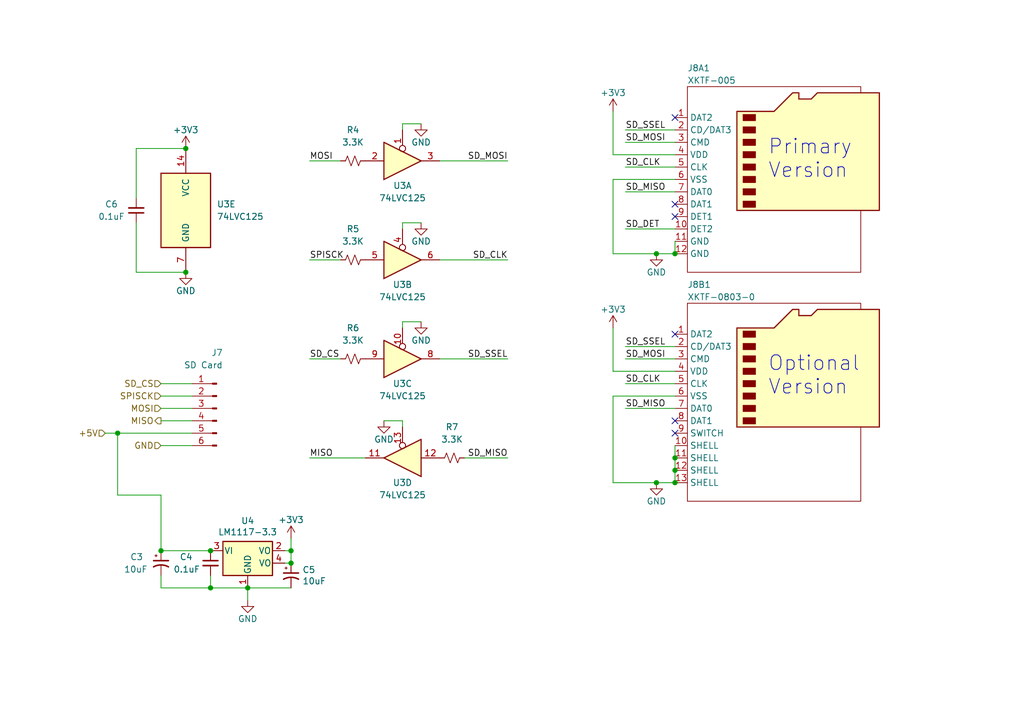
<source format=kicad_sch>
(kicad_sch (version 20211123) (generator eeschema)
  (paper "A5")
  (title_block (title "SD Card Breakout for SD Card Expansion & More!") (date "2023-04-25") (rev "1.0"))
  (lib_symbols
    (symbol "74xx:74LVC125" (pin_names (offset 1.016))
      (property "Reference" "U" (at 0 1.27 0))
      (property "Value" "74LVC125" (at 0 -1.27 0))
      (symbol "74LVC125_1_0"
        (polyline (pts (xy -3.81 3.81) (xy -3.81 -3.81) (xy 3.81 0) (xy -3.81 3.81)) (stroke (width 0.254)) (fill (type background)))
        (pin input inverted (at 0 -6.35 90) (length 4.445) (name "~") (number "1"))
        (pin input line (at -7.62 0 0) (length 3.81) (name "~") (number "2"))
        (pin tri_state line (at 7.62 0 180) (length 3.81) (name "~") (number "3"))
      )
      (symbol "74LVC125_2_0"
        (polyline (pts (xy -3.81 3.81) (xy -3.81 -3.81) (xy 3.81 0) (xy -3.81 3.81)) (stroke (width 0.254)) (fill (type background)))
        (pin input inverted (at 0 -6.35 90) (length 4.445) (name "~") (number "4"))
        (pin input line (at -7.62 0 0) (length 3.81) (name "~") (number "5"))
        (pin tri_state line (at 7.62 0 180) (length 3.81) (name "~") (number "6"))
      )
      (symbol "74LVC125_3_0"
        (polyline (pts (xy -3.81 3.81) (xy -3.81 -3.81) (xy 3.81 0) (xy -3.81 3.81)) (stroke (width 0.254)) (fill (type background)))
        (pin input inverted (at 0 -6.35 90) (length 4.445) (name "~") (number "10"))
        (pin tri_state line (at 7.62 0 180) (length 3.81) (name "~") (number "8"))
        (pin input line (at -7.62 0 0) (length 3.81) (name "~") (number "9"))
      )
      (symbol "74LVC125_4_0"
        (polyline (pts (xy -3.81 3.81) (xy -3.81 -3.81) (xy 3.81 0) (xy -3.81 3.81)) (stroke (width 0.254)) (fill (type background)))
        (pin tri_state line (at 7.62 0 180) (length 3.81) (name "~") (number "11"))
        (pin input line (at -7.62 0 0) (length 3.81) (name "~") (number "12"))
        (pin input inverted (at 0 -6.35 90) (length 4.445) (name "~") (number "13"))
      )
      (symbol "74LVC125_5_0"
        (pin power_in line (at 0 12.7 270) (length 5.08) (name "VCC") (number "14"))
        (pin power_in line (at 0 -12.7 90) (length 5.08) (name "GND") (number "7"))
      )
      (symbol "74LVC125_5_1"
        (rectangle (start -5.08 7.62) (end 5.08 -7.62) (stroke (width 0.254)) (fill (type background)))
      )
    )
    (symbol "Connector:Conn_01x06_Male" (pin_names (offset 1.016) hide)
      (property "Reference" "J" (at 0 7.62 0))
      (property "Value" "Conn_01x06_Male" (at 0 -10.16 0))
      (symbol "Conn_01x06_Male_1_1"
        (polyline (pts (xy 1.27 -7.62) (xy 0.8636 -7.62)) (stroke (width 0.1524)))
        (polyline (pts (xy 1.27 -5.08) (xy 0.8636 -5.08)) (stroke (width 0.1524)))
        (polyline (pts (xy 1.27 -2.54) (xy 0.8636 -2.54)) (stroke (width 0.1524)))
        (polyline (pts (xy 1.27 0) (xy 0.8636 0)) (stroke (width 0.1524)))
        (polyline (pts (xy 1.27 2.54) (xy 0.8636 2.54)) (stroke (width 0.1524)))
        (polyline (pts (xy 1.27 5.08) (xy 0.8636 5.08)) (stroke (width 0.1524)))
        (rectangle (start 0.8636 -7.493) (end 0 -7.747) (stroke (width 0.1524)) (fill (type outline)))
        (rectangle (start 0.8636 -4.953) (end 0 -5.207) (stroke (width 0.1524)) (fill (type outline)))
        (rectangle (start 0.8636 -2.413) (end 0 -2.667) (stroke (width 0.1524)) (fill (type outline)))
        (rectangle (start 0.8636 0.127) (end 0 -0.127) (stroke (width 0.1524)) (fill (type outline)))
        (rectangle (start 0.8636 2.667) (end 0 2.413) (stroke (width 0.1524)) (fill (type outline)))
        (rectangle (start 0.8636 5.207) (end 0 4.953) (stroke (width 0.1524)) (fill (type outline)))
        (pin passive line (at 5.08 5.08 180) (length 3.81) (name "Pin_1") (number "1"))
        (pin passive line (at 5.08 2.54 180) (length 3.81) (name "Pin_2") (number "2"))
        (pin passive line (at 5.08 0 180) (length 3.81) (name "Pin_3") (number "3"))
        (pin passive line (at 5.08 -2.54 180) (length 3.81) (name "Pin_4") (number "4"))
        (pin passive line (at 5.08 -5.08 180) (length 3.81) (name "Pin_5") (number "5"))
        (pin passive line (at 5.08 -7.62 180) (length 3.81) (name "Pin_6") (number "6"))
      )
    )
    (symbol "Device:C_Polarized_Small_US" (pin_numbers hide) (pin_names (offset 0.254) hide)
      (property "Reference" "C" (at 0.254 1.778 0))
      (property "Value" "C_Polarized_Small_US" (at 0.254 -2.032 0))
      (symbol "C_Polarized_Small_US_0_1"
        (polyline (pts (xy -1.524 0.508) (xy 1.524 0.508)) (stroke (width 0.3048)))
        (polyline (pts (xy -1.27 1.524) (xy -0.762 1.524)))
        (polyline (pts (xy -1.016 1.27) (xy -1.016 1.778)))
        (arc (start 1.524 -0.762) (mid 0 -0.3734) (end -1.524 -0.762) (stroke (width 0.3048)))
      )
      (symbol "C_Polarized_Small_US_1_1"
        (pin passive line (at 0 2.54 270) (length 2.032) (name "~") (number "1"))
        (pin passive line (at 0 -2.54 90) (length 2.032) (name "~") (number "2"))
      )
    )
    (symbol "Device:C_Small" (pin_numbers hide) (pin_names (offset 0.254) hide)
      (property "Reference" "C" (at 0.254 1.778 0))
      (property "Value" "C_Small" (at 0.254 -2.032 0))
      (symbol "C_Small_0_1"
        (polyline (pts (xy -1.524 -0.508) (xy 1.524 -0.508)) (stroke (width 0.3302)))
        (polyline (pts (xy -1.524 0.508) (xy 1.524 0.508)) (stroke (width 0.3048)))
      )
      (symbol "C_Small_1_1"
        (pin passive line (at 0 2.54 270) (length 2.032) (name "~") (number "1"))
        (pin passive line (at 0 -2.54 90) (length 2.032) (name "~") (number "2"))
      )
    )
    (symbol "Device:R_Small_US" (pin_numbers hide) (pin_names (offset 0.254) hide)
      (property "Reference" "R" (at 0.762 0.508 0))
      (property "Value" "R_Small_US" (at 0.762 -1.016 0))
      (symbol "R_Small_US_1_1"
        (polyline (pts (xy 0 0) (xy 1.016 -0.381) (xy 0 -0.762) (xy -1.016 -1.143) (xy 0 -1.524)))
        (polyline (pts (xy 0 1.524) (xy 1.016 1.143) (xy 0 0.762) (xy -1.016 0.381) (xy 0 0)))
        (pin passive line (at 0 2.54 270) (length 1.016) (name "~") (number "1"))
        (pin passive line (at 0 -2.54 90) (length 1.016) (name "~") (number "2"))
      )
    )
    (symbol "Nabu-SD:XKTF-005"
      (property "Reference" "Card1" (at -7.62 24.13 0))
      (property "Value" "XKTF-005" (at -7.62 21.59 0))
      (symbol "XKTF-005_0_1"
        (polyline (pts (xy 27.94 19.05) (xy 27.94 20.32) (xy -7.62 20.32) (xy -7.62 -17.78) (xy 27.94 -17.78) (xy 27.94 -5.08)))
        (polyline (pts (xy 2.54 -5.08) (xy 2.54 15.24) (xy 10.16 15.24) (xy 13.97 19.05) (xy 15.24 19.05) (xy 15.24 17.78) (xy 17.78 17.78) (xy 19.05 19.05) (xy 31.75 19.05) (xy 31.75 -5.08) (xy 2.54 -5.08)) (stroke (width 0.254)) (fill (type background)))
        (rectangle (start 3.81 -3.175) (end 6.35 -4.445) (fill (type outline)))
        (rectangle (start 3.81 -0.635) (end 6.35 -1.905) (fill (type outline)))
        (rectangle (start 3.81 1.905) (end 6.35 0.635) (fill (type outline)))
        (rectangle (start 3.81 4.445) (end 6.35 3.175) (fill (type outline)))
        (rectangle (start 3.81 6.985) (end 6.35 5.715) (fill (type outline)))
        (rectangle (start 3.81 9.525) (end 6.35 8.255) (fill (type outline)))
        (rectangle (start 3.81 12.065) (end 6.35 10.795) (fill (type outline)))
        (rectangle (start 3.81 14.605) (end 6.35 13.335) (fill (type outline)))
        (pin unspecified line (at -10.16 13.97 0) (length 2.54) (name "DAT2") (number "1"))
        (pin unspecified line (at -10.16 -8.89 0) (length 2.54) (name "DET2") (number "10"))
        (pin unspecified line (at -10.16 -11.43 0) (length 2.54) (name "GND") (number "11"))
        (pin unspecified line (at -10.16 -13.97 0) (length 2.54) (name "GND") (number "12"))
        (pin unspecified line (at -10.16 11.43 0) (length 2.54) (name "CD/DAT3") (number "2"))
        (pin unspecified line (at -10.16 8.89 0) (length 2.54) (name "CMD") (number "3"))
        (pin unspecified line (at -10.16 6.35 0) (length 2.54) (name "VDD") (number "4"))
        (pin unspecified line (at -10.16 3.81 0) (length 2.54) (name "CLK") (number "5"))
        (pin unspecified line (at -10.16 1.27 0) (length 2.54) (name "VSS") (number "6"))
        (pin unspecified line (at -10.16 -1.27 0) (length 2.54) (name "DAT0") (number "7"))
        (pin unspecified line (at -10.16 -3.81 0) (length 2.54) (name "DAT1") (number "8"))
        (pin unspecified line (at -10.16 -6.35 0) (length 2.54) (name "DET1") (number "9"))
      )
    )
    (symbol "Nabu-SD:XKTF-0803-0"
      (property "Reference" "Card2" (at -7.62 25.4 0))
      (property "Value" "XKTF-0803-0" (at -7.62 22.86 0))
      (symbol "XKTF-0803-0_0_1"
        (polyline (pts (xy 27.94 20.32) (xy 27.94 21.59) (xy -7.62 21.59) (xy -7.62 -19.05) (xy 27.94 -19.05) (xy 27.94 -3.81)))
        (polyline (pts (xy 2.54 -3.81) (xy 2.54 16.51) (xy 10.16 16.51) (xy 13.97 20.32) (xy 15.24 20.32) (xy 15.24 19.05) (xy 17.78 19.05) (xy 19.05 20.32) (xy 31.75 20.32) (xy 31.75 -3.81) (xy 2.54 -3.81)) (stroke (width 0.254)) (fill (type background)))
        (rectangle (start 3.81 -1.905) (end 6.35 -3.175) (fill (type outline)))
        (rectangle (start 3.81 0.635) (end 6.35 -0.635) (fill (type outline)))
        (rectangle (start 3.81 3.175) (end 6.35 1.905) (fill (type outline)))
        (rectangle (start 3.81 5.715) (end 6.35 4.445) (fill (type outline)))
        (rectangle (start 3.81 8.255) (end 6.35 6.985) (fill (type outline)))
        (rectangle (start 3.81 10.795) (end 6.35 9.525) (fill (type outline)))
        (rectangle (start 3.81 13.335) (end 6.35 12.065) (fill (type outline)))
        (rectangle (start 3.81 15.875) (end 6.35 14.605) (fill (type outline)))
        (pin unspecified line (at -10.16 15.24 0) (length 2.54) (name "DAT2") (number "1"))
        (pin unspecified line (at -10.16 -7.62 0) (length 2.54) (name "SHELL") (number "10"))
        (pin unspecified line (at -10.16 -10.16 0) (length 2.54) (name "SHELL") (number "11"))
        (pin unspecified line (at -10.16 -12.7 0) (length 2.54) (name "SHELL") (number "12"))
        (pin unspecified line (at -10.16 -15.24 0) (length 2.54) (name "SHELL") (number "13"))
        (pin unspecified line (at -10.16 12.7 0) (length 2.54) (name "CD/DAT3") (number "2"))
        (pin unspecified line (at -10.16 10.16 0) (length 2.54) (name "CMD") (number "3"))
        (pin unspecified line (at -10.16 7.62 0) (length 2.54) (name "VDD") (number "4"))
        (pin unspecified line (at -10.16 5.08 0) (length 2.54) (name "CLK") (number "5"))
        (pin unspecified line (at -10.16 2.54 0) (length 2.54) (name "VSS") (number "6"))
        (pin unspecified line (at -10.16 0 0) (length 2.54) (name "DAT0") (number "7"))
        (pin unspecified line (at -10.16 -2.54 0) (length 2.54) (name "DAT1") (number "8"))
        (pin unspecified line (at -10.16 -5.08 0) (length 2.54) (name "SWITCH") (number "9"))
      )
    )
    (symbol "i2c-adapter:LM1117-3.3" (pin_names (offset 0.254))
      (property "Reference" "U3" (at 0 6.1468 0))
      (property "Value" "LM1117-3.3" (at 0 3.8354 0))
      (symbol "LM1117-3.3_0_1"
        (rectangle (start -5.08 -5.08) (end 5.08 1.905) (stroke (width 0.254)) (fill (type background)))
      )
      (symbol "LM1117-3.3_1_1"
        (pin power_in line (at 0 -7.62 90) (length 2.54) (name "GND") (number "1"))
        (pin power_out line (at 7.62 0 180) (length 2.54) (name "VO") (number "2"))
        (pin power_in line (at -7.62 0 0) (length 2.54) (name "VI") (number "3"))
        (pin input line (at 7.62 -2.54 180) (length 2.4892) (name "VO") (number "4"))
      )
    )
    (symbol "power:+3V3" (power) (pin_names (offset 0))
      (property "Value" "+3V3" (at 0 3.556 0))
      (symbol "+3V3_0_1"
        (polyline (pts (xy -0.762 1.27) (xy 0 2.54)))
        (polyline (pts (xy 0 0) (xy 0 2.54)))
        (polyline (pts (xy 0 2.54) (xy 0.762 1.27)))
      )
      (symbol "+3V3_1_1"
        (pin power_in line (at 0 0 90) (length 0) hide (name "+3V3") (number "1"))
      )
    )
    (symbol "power:GND" (power) (pin_names (offset 0))
      (property "Value" "GND" (at 0 -3.81 0))
      (symbol "GND_0_1"
        (polyline (pts (xy 0 0) (xy 0 -1.27) (xy 1.27 -1.27) (xy 0 -2.54) (xy -1.27 -1.27) (xy 0 -1.27)))
      )
      (symbol "GND_1_1"
        (pin power_in line (at 0 0 270) (length 0) hide (name "GND") (number "1"))
      )
    )
  )
  (junction (at 59.69 113.03))
  (junction (at 138.43 93.98))
  (junction (at 138.43 52.07))
  (junction (at 138.43 99.06))
  (junction (at 138.43 96.52))
  (junction (at 24.13 88.9))
  (junction (at 134.62 52.07))
  (junction (at 59.69 115.57))
  (junction (at 50.8 120.65))
  (junction (at 38.1 30.48))
  (junction (at 33.02 113.03))
  (junction (at 43.18 120.65))
  (junction (at 134.62 99.06))
  (junction (at 43.18 113.03))
  (junction (at 38.1 55.88))
  (no_connect (at 138.43 86.36))
  (no_connect (at 138.43 68.58))
  (no_connect (at 138.43 88.9))
  (no_connect (at 138.43 44.45))
  (no_connect (at 138.43 41.91))
  (no_connect (at 138.43 24.13))
  (wire (pts (xy 63.5 73.66) (xy 69.85 73.66)))
  (wire (pts (xy 138.43 96.52) (xy 138.43 99.06)))
  (wire (pts (xy 128.27 46.99) (xy 138.43 46.99)))
  (wire (pts (xy 82.55 86.36) (xy 78.74 86.36)))
  (wire (pts (xy 138.43 76.2) (xy 125.73 76.2)))
  (wire (pts (xy 43.18 118.11) (xy 43.18 120.65)))
  (wire (pts (xy 24.13 88.9) (xy 21.59 88.9)))
  (wire (pts (xy 128.27 73.66) (xy 138.43 73.66)))
  (wire (pts (xy 138.43 81.28) (xy 125.73 81.28)))
  (wire (pts (xy 39.37 86.36) (xy 33.02 86.36)))
  (wire (pts (xy 138.43 91.44) (xy 138.43 93.98)))
  (wire (pts (xy 128.27 34.29) (xy 138.43 34.29)))
  (wire (pts (xy 82.55 26.67) (xy 82.55 25.4)))
  (wire (pts (xy 82.55 87.63) (xy 82.55 86.36)))
  (wire (pts (xy 63.5 53.34) (xy 69.85 53.34)))
  (wire (pts (xy 27.94 30.48) (xy 27.94 40.64)))
  (wire (pts (xy 43.18 120.65) (xy 50.8 120.65)))
  (wire (pts (xy 33.02 101.6) (xy 24.13 101.6)))
  (wire (pts (xy 39.37 91.44) (xy 33.02 91.44)))
  (wire (pts (xy 59.69 113.03) (xy 59.69 115.57)))
  (wire (pts (xy 63.5 33.02) (xy 69.85 33.02)))
  (wire (pts (xy 39.37 78.74) (xy 33.02 78.74)))
  (wire (pts (xy 58.42 113.03) (xy 59.69 113.03)))
  (wire (pts (xy 138.43 31.75) (xy 125.73 31.75)))
  (wire (pts (xy 82.55 45.72) (xy 86.36 45.72)))
  (wire (pts (xy 27.94 55.88) (xy 38.1 55.88)))
  (wire (pts (xy 125.73 76.2) (xy 125.73 67.31)))
  (wire (pts (xy 33.02 101.6) (xy 33.02 113.03)))
  (wire (pts (xy 128.27 71.12) (xy 138.43 71.12)))
  (wire (pts (xy 138.43 36.83) (xy 125.73 36.83)))
  (wire (pts (xy 39.37 83.82) (xy 33.02 83.82)))
  (wire (pts (xy 138.43 49.53) (xy 138.43 52.07)))
  (wire (pts (xy 128.27 26.67) (xy 138.43 26.67)))
  (wire (pts (xy 82.55 25.4) (xy 86.36 25.4)))
  (wire (pts (xy 128.27 39.37) (xy 138.43 39.37)))
  (wire (pts (xy 128.27 29.21) (xy 138.43 29.21)))
  (wire (pts (xy 39.37 88.9) (xy 24.13 88.9)))
  (wire (pts (xy 125.73 52.07) (xy 134.62 52.07)))
  (wire (pts (xy 95.25 93.98) (xy 104.14 93.98)))
  (wire (pts (xy 27.94 30.48) (xy 38.1 30.48)))
  (wire (pts (xy 125.73 36.83) (xy 125.73 52.07)))
  (wire (pts (xy 24.13 101.6) (xy 24.13 88.9)))
  (wire (pts (xy 50.8 120.65) (xy 50.8 123.19)))
  (wire (pts (xy 63.5 93.98) (xy 74.93 93.98)))
  (wire (pts (xy 82.55 67.31) (xy 82.55 66.04)))
  (wire (pts (xy 90.17 73.66) (xy 104.14 73.66)))
  (wire (pts (xy 59.69 110.49) (xy 59.69 113.03)))
  (wire (pts (xy 82.55 66.04) (xy 86.36 66.04)))
  (wire (pts (xy 90.17 33.02) (xy 104.14 33.02)))
  (wire (pts (xy 128.27 78.74) (xy 138.43 78.74)))
  (wire (pts (xy 82.55 46.99) (xy 82.55 45.72)))
  (wire (pts (xy 128.27 83.82) (xy 138.43 83.82)))
  (wire (pts (xy 58.42 115.57) (xy 59.69 115.57)))
  (wire (pts (xy 138.43 93.98) (xy 138.43 96.52)))
  (wire (pts (xy 33.02 120.65) (xy 43.18 120.65)))
  (wire (pts (xy 50.8 120.65) (xy 59.69 120.65)))
  (wire (pts (xy 27.94 45.72) (xy 27.94 55.88)))
  (wire (pts (xy 125.73 31.75) (xy 125.73 22.86)))
  (wire (pts (xy 125.73 81.28) (xy 125.73 99.06)))
  (wire (pts (xy 39.37 81.28) (xy 33.02 81.28)))
  (wire (pts (xy 33.02 118.11) (xy 33.02 120.65)))
  (wire (pts (xy 33.02 113.03) (xy 43.18 113.03)))
  (wire (pts (xy 134.62 52.07) (xy 138.43 52.07)))
  (wire (pts (xy 125.73 99.06) (xy 134.62 99.06)))
  (wire (pts (xy 90.17 53.34) (xy 104.14 53.34)))
  (wire (pts (xy 134.62 99.06) (xy 138.43 99.06)))
  (text "Optional\nVersion\n" (at 157.48 81.28 0) (effects (font (size 3 3)) (justify left bottom)))
  (text "Primary\nVersion\n" (at 157.48 36.83 0) (effects (font (size 3 3)) (justify left bottom)))
  (label "SD_CLK" (at 104.14 53.34 180))
  (label "SD_MOSI" (at 128.27 29.21 0))
  (label "MISO" (at 63.5 93.98 0))
  (label "SD_MISO" (at 128.27 39.37 0))
  (label "SD_DET" (at 128.27 46.99 0))
  (label "SD_MOSI" (at 104.14 33.02 180))
  (label "MOSI" (at 63.5 33.02 0))
  (label "SD_CS" (at 63.5 73.66 0))
  (label "SPISCK" (at 63.5 53.34 0))
  (label "SD_MISO" (at 128.27 83.82 0))
  (label "SD_SSEL" (at 128.27 26.67 0))
  (label "SD_CLK" (at 128.27 78.74 0))
  (label "SD_SSEL" (at 128.27 71.12 0))
  (label "SD_SSEL" (at 104.14 73.66 180))
  (label "SD_MISO" (at 104.14 93.98 180))
  (label "SD_CLK" (at 128.27 34.29 0))
  (label "SD_MOSI" (at 128.27 73.66 0))
  (hierarchical_label "MOSI" (shape input) (at 33.02 83.82 180))
  (hierarchical_label "MISO" (shape output) (at 33.02 86.36 180))
  (hierarchical_label "GND" (shape input) (at 33.02 91.44 180))
  (hierarchical_label "SD_CS" (shape input) (at 33.02 78.74 180))
  (hierarchical_label "SPISCK" (shape input) (at 33.02 81.28 180))
  (hierarchical_label "+5V" (shape input) (at 21.59 88.9 180))
  (symbol (lib_id "power:GND") (at 86.36 66.04 0) (unit 1)
    (property "Reference" "#PWR020" (effects hide))
    (property "Value" "GND" (at 86.36 69.85 0))
  )
  (symbol (lib_id "Nabu-SD:XKTF-0803-0") (at 148.59 83.82 0) (unit 1) (in_bom no)
    (property "Reference" "J8B1" (at 140.97 58.42 0) (effects (justify left)))
    (property "Value" "XKTF-0803-0" (at 140.97 60.96 0) (effects (justify left)))
    (property "Footprint" "Nabu-SD:TF-SMD_XKTF-0803-0" (effects hide))
    (property "Datasheet" "https://datasheet.lcsc.com/lcsc/2110151630_XKB-Connectivity-XKTF-0803-0_C381083.pdf" (effects hide))
    (property "Manufacturer" "XKB Connectivity(中国星坤)" (effects hide))
    (property "LCSC Part" "C381083" (effects hide))
    (property "JLC Part" "Extended Part" (effects hide))
    (property "LCSC" "C381083" (effects hide))
    (property "MPN" "XKTF-0803-0" (effects hide))
    (property "Description" "CONN MICRO SD R/A PUSH-PULL SMD" (effects hide))
    (property "Digi-Key_PN" "H126097CT-ND (alternate: 114-00841-68-1-ND)" (effects hide))
  )
  (symbol (lib_id "power:GND") (at 38.1 55.88 0) (unit 1)
    (property "Reference" "#PWR016" (effects hide))
    (property "Value" "GND" (at 38.1 59.69 0))
  )
  (symbol (lib_id "power:GND") (at 134.62 52.07 0) (unit 1)
    (property "Reference" "#PWR0110" (effects hide))
    (property "Value" "GND" (at 134.62 55.88 0))
  )
  (symbol (lib_id "power:GND") (at 78.74 86.36 0) (mirror y) (unit 1)
    (property "Reference" "#PWR017" (effects hide))
    (property "Value" "GND" (at 78.74 90.17 0))
  )
  (symbol (lib_id "74xx:74LVC125") (at 82.55 33.02 0) (mirror x) (unit 1)
    (property "Reference" "U3" (at 82.55 38.1 0))
    (property "Value" "74LVC125" (at 82.55 40.64 0))
    (property "Footprint" "Package_SO:TSSOP-14_4.4x5mm_P0.65mm" (effects hide))
    (property "Datasheet" "http://www.ti.com/lit/gpn/sn74LVC125" (effects hide))
    (property "Description" "IC BUF NON-INVERT 3.6V 14TSSOP" (effects hide))
    (property "Digi-Key_PN" "296-1222-1-ND" (effects hide))
    (property "LCSC" "C7813" (effects hide))
    (property "MPN" "SN74LVC125APWR" (effects hide))
    (property "Manufacturer" "Texas Instruments" (effects hide))
  )
  (symbol (lib_id "power:GND") (at 86.36 45.72 0) (unit 1)
    (property "Reference" "#PWR019" (effects hide))
    (property "Value" "GND" (at 86.36 49.53 0))
  )
  (symbol (lib_id "Device:C_Polarized_Small_US") (at 33.02 115.57 0) (unit 1)
    (property "Reference" "C3" (at 26.67 114.3 0) (effects (justify left)))
    (property "Value" "10uF" (at 25.4 116.84 0) (effects (justify left)))
    (property "Footprint" "Capacitor_SMD:C_0805_2012Metric_Pad1.18x1.45mm_HandSolder" (effects hide))
    (property "Datasheet" "https://media.digikey.com/pdf/Data%20Sheets/Samsung%20PDFs/CL_Series_MLCC_ds.pdf" (effects hide))
    (property "Description" "CAP CER 10UF 16V X7R 0805" (effects hide))
    (property "Digi-Key_PN" "1276-2872-1-ND" (effects hide))
    (property "MPN" "CL21B106KOQNNNE" (effects hide))
    (property "Manufacturer" "Samsung Electro-Mechanics" (effects hide))
    (property "LCSC" "C95841" (effects hide))
  )
  (symbol (lib_id "Device:R_Small_US") (at 92.71 93.98 90) (unit 1)
    (property "Reference" "R7" (at 92.71 87.63 90))
    (property "Value" "3.3K" (at 92.71 90.17 90))
    (property "Footprint" "Resistor_SMD:R_0805_2012Metric_Pad1.20x1.40mm_HandSolder" (effects hide))
    (property "Datasheet" "https://industrial.panasonic.com/cdbs/www-data/pdf/RDA0000/AOA0000C304.pdf" (effects hide))
    (property "Description" "RES SMD 3.3K OHM 1% 1/8W 0805" (effects hide))
    (property "Digi-Key_PN" "P3.30KCCT-ND" (effects hide))
    (property "MPN" "ERJ-6ENF3301V" (effects hide))
    (property "Manufacturer" "Panasonic Electronic Components" (effects hide))
    (property "LCSC" "C413286" (effects hide))
  )
  (symbol (lib_id "power:+3V3") (at 125.73 67.31 0) (unit 1)
    (property "Reference" "#PWR0109" (effects hide))
    (property "Value" "+3.3V" (at 125.73 63.5 0))
  )
  (symbol (lib_id "power:+3V3") (at 125.73 22.86 0) (unit 1)
    (property "Reference" "#PWR0112" (effects hide))
    (property "Value" "+3.3V" (at 125.73 19.05 0))
  )
  (symbol (lib_id "Device:C_Small") (at 27.94 43.18 180) (unit 1)
    (property "Reference" "C6" (at 22.86 41.91 0))
    (property "Value" "0.1uF" (at 22.86 44.45 0))
    (property "Footprint" "Capacitor_SMD:C_0805_2012Metric_Pad1.18x1.45mm_HandSolder" (effects hide))
    (property "Datasheet" "https://source.z2data.com/2016/11/14/6/0/41/869/2403135/s_cl21b104kbfnnne.pdf" (effects hide))
    (property "Digi-Key_PN" "1276-1180-1-ND" (effects hide))
    (property "Description" "CAP CER 0.1UF 50V X7R 0805" (effects hide))
    (property "MPN" "CL21B104KBFNNNE" (effects hide))
    (property "Manufacturer" "Samsung Electro-Mechanics" (effects hide))
    (property "LCSC" "C136621" (effects hide))
  )
  (symbol (lib_id "74xx:74LVC125") (at 82.55 53.34 0) (mirror x) (unit 2)
    (property "Reference" "U3" (at 82.55 58.42 0))
    (property "Value" "74LVC125" (at 82.55 60.96 0))
    (property "Footprint" "Package_SO:TSSOP-14_4.4x5mm_P0.65mm" (effects hide))
    (property "Datasheet" "http://www.ti.com/lit/gpn/sn74LVC125" (effects hide))
    (property "Description" "IC BUF NON-INVERT 3.6V 14TSSOP" (effects hide))
    (property "Digi-Key_PN" "296-1222-1-ND" (effects hide))
    (property "LCSC" "C7813" (effects hide))
    (property "MPN" "SN74LVC125APWR" (effects hide))
    (property "Manufacturer" "Texas Instruments" (effects hide))
  )
  (symbol (lib_id "power:+3V3") (at 59.69 110.49 0) (unit 1)
    (property "Reference" "#PWR014" (effects hide))
    (property "Value" "+3.3V" (at 59.69 106.68 0))
  )
  (symbol (lib_id "74xx:74LVC125") (at 82.55 93.98 180) (unit 4)
    (property "Reference" "U3" (at 82.55 99.06 0))
    (property "Value" "74LVC125" (at 82.55 101.6 0))
    (property "Footprint" "Package_SO:TSSOP-14_4.4x5mm_P0.65mm" (effects hide))
    (property "Datasheet" "http://www.ti.com/lit/gpn/sn74LVC125" (effects hide))
    (property "Description" "IC BUF NON-INVERT 3.6V 14TSSOP" (effects hide))
    (property "Digi-Key_PN" "296-1222-1-ND" (effects hide))
    (property "LCSC" "C7813" (effects hide))
    (property "MPN" "SN74LVC125APWR" (effects hide))
    (property "Manufacturer" "Texas Instruments" (effects hide))
  )
  (symbol (lib_id "Device:R_Small_US") (at 72.39 33.02 90) (unit 1)
    (property "Reference" "R4" (at 72.39 26.67 90))
    (property "Value" "3.3K" (at 72.39 29.21 90))
    (property "Footprint" "Resistor_SMD:R_0805_2012Metric_Pad1.20x1.40mm_HandSolder" (effects hide))
    (property "Datasheet" "https://industrial.panasonic.com/cdbs/www-data/pdf/RDA0000/AOA0000C304.pdf" (effects hide))
    (property "Description" "RES SMD 3.3K OHM 1% 1/8W 0805" (effects hide))
    (property "Digi-Key_PN" "P3.30KCCT-ND" (effects hide))
    (property "MPN" "ERJ-6ENF3301V" (effects hide))
    (property "Manufacturer" "Panasonic Electronic Components" (effects hide))
    (property "LCSC" "C413286" (effects hide))
  )
  (symbol (lib_id "Connector:Conn_01x06_Male") (at 44.45 83.82 0) (mirror y) (unit 1)
    (property "Reference" "J7" (at 45.72 72.39 0) (effects (justify left)))
    (property "Value" "SD Card" (at 45.72 74.93 0) (effects (justify left)))
    (property "Footprint" "Connector_PinHeader_2.54mm:PinHeader_1x06_P2.54mm_Vertical" (effects hide))
    (property "Datasheet" "http://suddendocs.samtec.com/catalog_english/tsw_th.pdf" (effects hide))
    (property "LCSC" "C492414" (effects hide))
    (property "Description" "CONN HEADER R/A 6POS 2.54MM" (effects hide))
    (property "Digi-Key_PN" "TSW-106-25-T-S-RA-ND" (effects hide))
    (property "MPN" "TSW-105-25-T-S-RA" (effects hide))
    (property "Manufacturer" "Samtec Inc." (effects hide))
  )
  (symbol (lib_id "74xx:74LVC125") (at 38.1 43.18 0) (unit 5)
    (property "Reference" "U3" (at 44.45 41.9099 0) (effects (justify left)))
    (property "Value" "74LVC125" (at 44.45 44.4499 0) (effects (justify left)))
    (property "Footprint" "Package_SO:TSSOP-14_4.4x5mm_P0.65mm" (effects hide))
    (property "Datasheet" "http://www.ti.com/lit/gpn/sn74LVC125" (effects hide))
    (property "Description" "IC BUF NON-INVERT 3.6V 14TSSOP" (effects hide))
    (property "Digi-Key_PN" "296-1222-1-ND" (effects hide))
    (property "LCSC" "C7813" (effects hide))
    (property "MPN" "SN74LVC125APWR" (effects hide))
    (property "Manufacturer" "Texas Instruments" (effects hide))
  )
  (symbol (lib_id "Device:R_Small_US") (at 72.39 53.34 90) (unit 1)
    (property "Reference" "R5" (at 72.39 46.99 90))
    (property "Value" "3.3K" (at 72.39 49.53 90))
    (property "Footprint" "Resistor_SMD:R_0805_2012Metric_Pad1.20x1.40mm_HandSolder" (effects hide))
    (property "Datasheet" "https://industrial.panasonic.com/cdbs/www-data/pdf/RDA0000/AOA0000C304.pdf" (effects hide))
    (property "Description" "RES SMD 3.3K OHM 1% 1/8W 0805" (effects hide))
    (property "Digi-Key_PN" "P3.30KCCT-ND" (effects hide))
    (property "MPN" "ERJ-6ENF3301V" (effects hide))
    (property "Manufacturer" "Panasonic Electronic Components" (effects hide))
    (property "LCSC" "C413286" (effects hide))
  )
  (symbol (lib_id "Device:C_Small") (at 43.18 115.57 0) (unit 1)
    (property "Reference" "C4" (at 36.83 114.3 0) (effects (justify left)))
    (property "Value" "0.1uF" (at 35.56 116.84 0) (effects (justify left)))
    (property "Footprint" "Capacitor_SMD:C_0805_2012Metric_Pad1.18x1.45mm_HandSolder" (effects hide))
    (property "Datasheet" "https://source.z2data.com/2016/11/14/6/0/41/869/2403135/s_cl21b104kbfnnne.pdf" (effects hide))
    (property "Digi-Key_PN" "1276-1180-1-ND" (effects hide))
    (property "Description" "CAP CER 0.1UF 50V X7R 0805" (effects hide))
    (property "MPN" "CL21B104KBFNNNE" (effects hide))
    (property "Manufacturer" "Samsung Electro-Mechanics" (effects hide))
    (property "LCSC" "C136621" (effects hide))
  )
  (symbol (lib_id "i2c-adapter:LM1117-3.3") (at 50.8 113.03 0) (unit 1)
    (property "Reference" "U4" (at 50.8 106.8832 0))
    (property "Value" "LM1117-3.3" (at 50.8 109.1946 0))
    (property "Footprint" "Nabu-SD:SOT-223" (effects hide))
    (property "Datasheet" "https://www.onsemi.com/pdf/datasheet/ncp1117-d.pdf" (effects hide))
    (property "Description" "IC REG LINEAR 3.3V 1A SOT223" (effects hide))
    (property "Digi-Key_PN" "NCP1117ST33T3GOSCT-ND" (effects hide))
    (property "MPN" "NCP1117ST33T3G" (effects hide))
    (property "Manufacturer" "onsemi" (effects hide))
    (property "LCSC" "C26537" (effects hide))
  )
  (symbol (lib_id "power:+3V3") (at 38.1 30.48 0) (unit 1)
    (property "Reference" "#PWR0102" (effects hide))
    (property "Value" "+3.3V" (at 38.1 26.67 0))
  )
  (symbol (lib_id "power:GND") (at 50.8 123.19 0) (unit 1)
    (property "Reference" "#PWR013" (effects hide))
    (property "Value" "GND" (at 50.8 127 0))
  )
  (symbol (lib_id "power:GND") (at 86.36 25.4 0) (unit 1)
    (property "Reference" "#PWR018" (effects hide))
    (property "Value" "GND" (at 86.36 29.21 0))
  )
  (symbol (lib_id "Device:C_Polarized_Small_US") (at 59.69 118.11 0) (unit 1)
    (property "Reference" "C5" (at 62.0014 116.9416 0) (effects (justify left)))
    (property "Value" "10uF" (at 62.0014 119.253 0) (effects (justify left)))
    (property "Footprint" "Capacitor_SMD:C_0805_2012Metric_Pad1.18x1.45mm_HandSolder" (effects hide))
    (property "Datasheet" "https://media.digikey.com/pdf/Data%20Sheets/Samsung%20PDFs/CL_Series_MLCC_ds.pdf" (effects hide))
    (property "Description" "CAP CER 10UF 16V X7R 0805" (effects hide))
    (property "Digi-Key_PN" "1276-2872-1-ND" (effects hide))
    (property "MPN" "CL21B106KOQNNNE" (effects hide))
    (property "Manufacturer" "Samsung Electro-Mechanics" (effects hide))
    (property "LCSC" "C95841" (effects hide))
  )
  (symbol (lib_id "Device:R_Small_US") (at 72.39 73.66 90) (unit 1)
    (property "Reference" "R6" (at 72.39 67.31 90))
    (property "Value" "3.3K" (at 72.39 69.85 90))
    (property "Footprint" "Resistor_SMD:R_0805_2012Metric_Pad1.20x1.40mm_HandSolder" (effects hide))
    (property "Datasheet" "https://industrial.panasonic.com/cdbs/www-data/pdf/RDA0000/AOA0000C304.pdf" (effects hide))
    (property "Description" "RES SMD 3.3K OHM 1% 1/8W 0805" (effects hide))
    (property "Digi-Key_PN" "P3.30KCCT-ND" (effects hide))
    (property "MPN" "ERJ-6ENF3301V" (effects hide))
    (property "Manufacturer" "Panasonic Electronic Components" (effects hide))
    (property "LCSC" "C413286" (effects hide))
  )
  (symbol (lib_id "74xx:74LVC125") (at 82.55 73.66 0) (mirror x) (unit 3)
    (property "Reference" "U3" (at 82.55 78.74 0))
    (property "Value" "74LVC125" (at 82.55 81.28 0))
    (property "Footprint" "Package_SO:TSSOP-14_4.4x5mm_P0.65mm" (effects hide))
    (property "Datasheet" "http://www.ti.com/lit/gpn/sn74LVC125" (effects hide))
    (property "Description" "IC BUF NON-INVERT 3.6V 14TSSOP" (effects hide))
    (property "Digi-Key_PN" "296-1222-1-ND" (effects hide))
    (property "LCSC" "C7813" (effects hide))
    (property "MPN" "SN74LVC125APWR" (effects hide))
    (property "Manufacturer" "Texas Instruments" (effects hide))
  )
  (symbol (lib_id "Nabu-SD:XKTF-005") (at 148.59 38.1 0) (unit 1)
    (property "Reference" "J8A1" (at 140.97 13.97 0) (effects (justify left)))
    (property "Value" "XKTF-005" (at 140.97 16.51 0) (effects (justify left)))
    (property "Footprint" "Nabu-SD:TF-SMD_XKTF-005" (effects hide))
    (property "Datasheet" "https://datasheet.lcsc.com/lcsc/2110112030_XKB-Connectivity-XKTF-005_C2689687.pdf" (effects hide))
    (property "Manufacturer" "XKB Connectivity(中国星坤)" (effects hide))
    (property "LCSC Part" "C2689687" (effects hide))
    (property "JLC Part" "Extended Part" (effects hide))
    (property "LCSC" "C2689687" (effects hide))
    (property "Digi-Key_PN" "H126097CT-ND (alternate: 114-00841-68-1-ND)" (effects hide))
    (property "MPN" "XKTF-005" (effects hide))
    (property "Description" "CONN MICRO SD R/A PUSH-PULL SMD" (effects hide))
  )
  (symbol (lib_id "power:GND") (at 134.62 99.06 0) (unit 1)
    (property "Reference" "#PWR0111" (effects hide))
    (property "Value" "GND" (at 134.62 102.87 0))
  )
)
</source>
